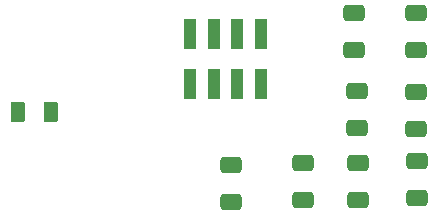
<source format=gbr>
%TF.GenerationSoftware,KiCad,Pcbnew,7.0.2-0*%
%TF.CreationDate,2023-11-12T18:26:11-05:00*%
%TF.ProjectId,LCD Module,4c434420-4d6f-4647-956c-652e6b696361,rev?*%
%TF.SameCoordinates,Original*%
%TF.FileFunction,Paste,Bot*%
%TF.FilePolarity,Positive*%
%FSLAX46Y46*%
G04 Gerber Fmt 4.6, Leading zero omitted, Abs format (unit mm)*
G04 Created by KiCad (PCBNEW 7.0.2-0) date 2023-11-12 18:26:11*
%MOMM*%
%LPD*%
G01*
G04 APERTURE LIST*
G04 Aperture macros list*
%AMRoundRect*
0 Rectangle with rounded corners*
0 $1 Rounding radius*
0 $2 $3 $4 $5 $6 $7 $8 $9 X,Y pos of 4 corners*
0 Add a 4 corners polygon primitive as box body*
4,1,4,$2,$3,$4,$5,$6,$7,$8,$9,$2,$3,0*
0 Add four circle primitives for the rounded corners*
1,1,$1+$1,$2,$3*
1,1,$1+$1,$4,$5*
1,1,$1+$1,$6,$7*
1,1,$1+$1,$8,$9*
0 Add four rect primitives between the rounded corners*
20,1,$1+$1,$2,$3,$4,$5,0*
20,1,$1+$1,$4,$5,$6,$7,0*
20,1,$1+$1,$6,$7,$8,$9,0*
20,1,$1+$1,$8,$9,$2,$3,0*%
G04 Aperture macros list end*
%ADD10R,1.000000X2.580000*%
%ADD11RoundRect,0.250000X-0.650000X0.412500X-0.650000X-0.412500X0.650000X-0.412500X0.650000X0.412500X0*%
%ADD12RoundRect,0.250000X-0.375000X-0.625000X0.375000X-0.625000X0.375000X0.625000X-0.375000X0.625000X0*%
G04 APERTURE END LIST*
D10*
%TO.C,J1*%
X121000000Y-74700000D03*
X121000000Y-78870000D03*
X123000000Y-74700000D03*
X123000000Y-78870000D03*
X125000000Y-74700000D03*
X125000000Y-78870000D03*
X127000000Y-74700000D03*
X127000000Y-78870000D03*
%TD*%
D11*
%TO.C,C5*%
X140108800Y-72927900D03*
X140108800Y-76052900D03*
%TD*%
%TO.C,C6*%
X134874700Y-72889400D03*
X134874700Y-76014400D03*
%TD*%
%TO.C,C8*%
X140185800Y-85428200D03*
X140185800Y-88553200D03*
%TD*%
%TO.C,C7*%
X140108800Y-79586000D03*
X140108800Y-82711000D03*
%TD*%
%TO.C,C1*%
X124460000Y-85775000D03*
X124460000Y-88900000D03*
%TD*%
%TO.C,C2*%
X130525800Y-85620600D03*
X130525800Y-88745600D03*
%TD*%
D12*
%TO.C,R1*%
X106420000Y-81280000D03*
X109220000Y-81280000D03*
%TD*%
D11*
%TO.C,C4*%
X135144100Y-79470500D03*
X135144100Y-82595500D03*
%TD*%
%TO.C,C3*%
X135221100Y-85582100D03*
X135221100Y-88707100D03*
%TD*%
M02*

</source>
